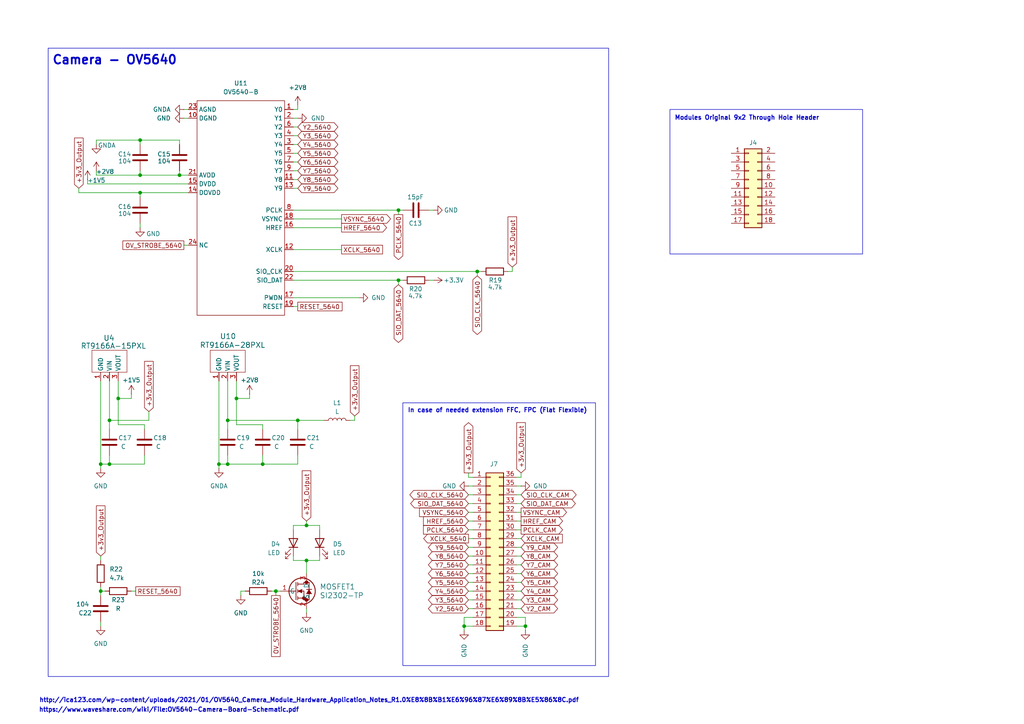
<source format=kicad_sch>
(kicad_sch (version 20231120) (generator "eeschema") (generator_version "8.0")
  (paper "A4")
  (lib_symbols
    (symbol "Connector_Generic:Conn_02x09_Odd_Even" (pin_names (offset 1.016) hide)
      (property "Reference" "J4" (at 1.27 13.208 0))
      (symbol "Conn_02x09_Odd_Even_1_1"
        (rectangle (start -1.27 -10.033) (end 0 -10.287) (stroke (width 0.1524)))
        (rectangle (start -1.27 -7.493) (end 0 -7.747) (stroke (width 0.1524)))
        (rectangle (start -1.27 -4.953) (end 0 -5.207) (stroke (width 0.1524)))
        (rectangle (start -1.27 -2.413) (end 0 -2.667) (stroke (width 0.1524)))
        (rectangle (start -1.27 0.127) (end 0 -0.127) (stroke (width 0.1524)))
        (rectangle (start -1.27 2.667) (end 0 2.413) (stroke (width 0.1524)))
        (rectangle (start -1.27 5.207) (end 0 4.953) (stroke (width 0.1524)))
        (rectangle (start -1.27 7.747) (end 0 7.493) (stroke (width 0.1524)))
        (rectangle (start -1.27 10.287) (end 0 10.033) (stroke (width 0.1524)))
        (rectangle (start -1.27 11.43) (end 3.81 -11.43) (stroke (width 0.254)) (fill (type background)))
        (rectangle (start 3.81 -10.033) (end 2.54 -10.287) (stroke (width 0.1524)))
        (rectangle (start 3.81 -7.493) (end 2.54 -7.747) (stroke (width 0.1524)))
        (rectangle (start 3.81 -4.953) (end 2.54 -5.207) (stroke (width 0.1524)))
        (rectangle (start 3.81 -2.413) (end 2.54 -2.667) (stroke (width 0.1524)))
        (rectangle (start 3.81 0.127) (end 2.54 -0.127) (stroke (width 0.1524)))
        (rectangle (start 3.81 2.667) (end 2.54 2.413) (stroke (width 0.1524)))
        (rectangle (start 3.81 5.207) (end 2.54 4.953) (stroke (width 0.1524)))
        (rectangle (start 3.81 7.747) (end 2.54 7.493) (stroke (width 0.1524)))
        (rectangle (start 3.81 10.287) (end 2.54 10.033) (stroke (width 0.1524)))
        (pin passive line (at -5.08 10.16 0) (length 3.81) (name "Pin_1") (number "1"))
        (pin passive line (at 7.62 0 180) (length 3.81) (name "Pin_10") (number "10"))
        (pin passive line (at -5.08 -2.54 0) (length 3.81) (name "Pin_11") (number "11"))
        (pin passive line (at 7.62 -2.54 180) (length 3.81) (name "Pin_12") (number "12"))
        (pin passive line (at -5.08 -5.08 0) (length 3.81) (name "Pin_13") (number "13"))
        (pin passive line (at 7.62 -5.08 180) (length 3.81) (name "Pin_14") (number "14"))
        (pin passive line (at -5.08 -7.62 0) (length 3.81) (name "Pin_15") (number "15"))
        (pin passive line (at 7.62 -7.62 180) (length 3.81) (name "Pin_16") (number "16"))
        (pin passive line (at -5.08 -10.16 0) (length 3.81) (name "Pin_17") (number "17"))
        (pin passive line (at 7.62 -10.16 180) (length 3.81) (name "Pin_18") (number "18"))
        (pin passive line (at 7.62 10.16 180) (length 3.81) (name "Pin_2") (number "2"))
        (pin passive line (at -5.08 7.62 0) (length 3.81) (name "Pin_3") (number "3"))
        (pin passive line (at 7.62 7.62 180) (length 3.81) (name "Pin_4") (number "4"))
        (pin passive line (at -5.08 5.08 0) (length 3.81) (name "Pin_5") (number "5"))
        (pin passive line (at 7.62 5.08 180) (length 3.81) (name "Pin_6") (number "6"))
        (pin passive line (at -5.08 2.54 0) (length 3.81) (name "Pin_7") (number "7"))
        (pin passive line (at 7.62 2.54 180) (length 3.81) (name "Pin_8") (number "8"))
        (pin passive line (at -5.08 0 0) (length 3.81) (name "Pin_9") (number "9"))
      )
    )
    (symbol "Connector_Generic:Conn_02x18_Counter_Clockwise" (pin_names (offset 1.016) hide)
      (property "Reference" "J" (at 1.27 22.86 0))
      (property "Value" "Conn_02x18_Counter_Clockwise" (at 1.27 -25.4 0))
      (symbol "Conn_02x18_Counter_Clockwise_1_1"
        (rectangle (start -1.27 -22.733) (end 0 -22.987) (stroke (width 0.1524)))
        (rectangle (start -1.27 -20.193) (end 0 -20.447) (stroke (width 0.1524)))
        (rectangle (start -1.27 -17.653) (end 0 -17.907) (stroke (width 0.1524)))
        (rectangle (start -1.27 -15.113) (end 0 -15.367) (stroke (width 0.1524)))
        (rectangle (start -1.27 -12.573) (end 0 -12.827) (stroke (width 0.1524)))
        (rectangle (start -1.27 -10.033) (end 0 -10.287) (stroke (width 0.1524)))
        (rectangle (start -1.27 -7.493) (end 0 -7.747) (stroke (width 0.1524)))
        (rectangle (start -1.27 -4.953) (end 0 -5.207) (stroke (width 0.1524)))
        (rectangle (start -1.27 -2.413) (end 0 -2.667) (stroke (width 0.1524)))
        (rectangle (start -1.27 0.127) (end 0 -0.127) (stroke (width 0.1524)))
        (rectangle (start -1.27 2.667) (end 0 2.413) (stroke (width 0.1524)))
        (rectangle (start -1.27 5.207) (end 0 4.953) (stroke (width 0.1524)))
        (rectangle (start -1.27 7.747) (end 0 7.493) (stroke (width 0.1524)))
        (rectangle (start -1.27 10.287) (end 0 10.033) (stroke (width 0.1524)))
        (rectangle (start -1.27 12.827) (end 0 12.573) (stroke (width 0.1524)))
        (rectangle (start -1.27 15.367) (end 0 15.113) (stroke (width 0.1524)))
        (rectangle (start -1.27 17.907) (end 0 17.653) (stroke (width 0.1524)))
        (rectangle (start -1.27 20.447) (end 0 20.193) (stroke (width 0.1524)))
        (rectangle (start -1.27 21.59) (end 3.81 -24.13) (stroke (width 0.254)) (fill (type background)))
        (rectangle (start 3.81 -22.733) (end 2.54 -22.987) (stroke (width 0.1524)))
        (rectangle (start 3.81 -20.193) (end 2.54 -20.447) (stroke (width 0.1524)))
        (rectangle (start 3.81 -17.653) (end 2.54 -17.907) (stroke (width 0.1524)))
        (rectangle (start 3.81 -15.113) (end 2.54 -15.367) (stroke (width 0.1524)))
        (rectangle (start 3.81 -12.573) (end 2.54 -12.827) (stroke (width 0.1524)))
        (rectangle (start 3.81 -10.033) (end 2.54 -10.287) (stroke (width 0.1524)))
        (rectangle (start 3.81 -7.493) (end 2.54 -7.747) (stroke (width 0.1524)))
        (rectangle (start 3.81 -4.953) (end 2.54 -5.207) (stroke (width 0.1524)))
        (rectangle (start 3.81 -2.413) (end 2.54 -2.667) (stroke (width 0.1524)))
        (rectangle (start 3.81 0.127) (end 2.54 -0.127) (stroke (width 0.1524)))
        (rectangle (start 3.81 2.667) (end 2.54 2.413) (stroke (width 0.1524)))
        (rectangle (start 3.81 5.207) (end 2.54 4.953) (stroke (width 0.1524)))
        (rectangle (start 3.81 7.747) (end 2.54 7.493) (stroke (width 0.1524)))
        (rectangle (start 3.81 10.287) (end 2.54 10.033) (stroke (width 0.1524)))
        (rectangle (start 3.81 12.827) (end 2.54 12.573) (stroke (width 0.1524)))
        (rectangle (start 3.81 15.367) (end 2.54 15.113) (stroke (width 0.1524)))
        (rectangle (start 3.81 17.907) (end 2.54 17.653) (stroke (width 0.1524)))
        (rectangle (start 3.81 20.447) (end 2.54 20.193) (stroke (width 0.1524)))
        (pin passive line (at -5.08 20.32 0) (length 3.81) (name "Pin_1") (number "1"))
        (pin passive line (at -5.08 -2.54 0) (length 3.81) (name "Pin_10") (number "10"))
        (pin passive line (at -5.08 -5.08 0) (length 3.81) (name "Pin_11") (number "11"))
        (pin passive line (at -5.08 -7.62 0) (length 3.81) (name "Pin_12") (number "12"))
        (pin passive line (at -5.08 -10.16 0) (length 3.81) (name "Pin_13") (number "13"))
        (pin passive line (at -5.08 -12.7 0) (length 3.81) (name "Pin_14") (number "14"))
        (pin passive line (at -5.08 -15.24 0) (length 3.81) (name "Pin_15") (number "15"))
        (pin passive line (at -5.08 -17.78 0) (length 3.81) (name "Pin_16") (number "16"))
        (pin passive line (at -5.08 -20.32 0) (length 3.81) (name "Pin_17") (number "17"))
        (pin passive line (at -5.08 -22.86 0) (length 3.81) (name "Pin_18") (number "18"))
        (pin passive line (at 7.62 -22.86 180) (length 3.81) (name "Pin_19") (number "19"))
        (pin passive line (at -5.08 17.78 0) (length 3.81) (name "Pin_2") (number "2"))
        (pin passive line (at 7.62 -20.32 180) (length 3.81) (name "Pin_20") (number "20"))
        (pin passive line (at 7.62 -17.78 180) (length 3.81) (name "Pin_21") (number "21"))
        (pin passive line (at 7.62 -15.24 180) (length 3.81) (name "Pin_22") (number "22"))
        (pin passive line (at 7.62 -12.7 180) (length 3.81) (name "Pin_23") (number "23"))
        (pin passive line (at 7.62 -10.16 180) (length 3.81) (name "Pin_24") (number "24"))
        (pin passive line (at 7.62 -7.62 180) (length 3.81) (name "Pin_25") (number "25"))
        (pin passive line (at 7.62 -5.08 180) (length 3.81) (name "Pin_26") (number "26"))
        (pin passive line (at 7.62 -2.54 180) (length 3.81) (name "Pin_27") (number "27"))
        (pin passive line (at 7.62 0 180) (length 3.81) (name "Pin_28") (number "28"))
        (pin passive line (at 7.62 2.54 180) (length 3.81) (name "Pin_29") (number "29"))
        (pin passive line (at -5.08 15.24 0) (length 3.81) (name "Pin_3") (number "3"))
        (pin passive line (at 7.62 5.08 180) (length 3.81) (name "Pin_30") (number "30"))
        (pin passive line (at 7.62 7.62 180) (length 3.81) (name "Pin_31") (number "31"))
        (pin passive line (at 7.62 10.16 180) (length 3.81) (name "Pin_32") (number "32"))
        (pin passive line (at 7.62 12.7 180) (length 3.81) (name "Pin_33") (number "33"))
        (pin passive line (at 7.62 15.24 180) (length 3.81) (name "Pin_34") (number "34"))
        (pin passive line (at 7.62 17.78 180) (length 3.81) (name "Pin_35") (number "35"))
        (pin passive line (at 7.62 20.32 180) (length 3.81) (name "Pin_36") (number "36"))
        (pin passive line (at -5.08 12.7 0) (length 3.81) (name "Pin_4") (number "4"))
        (pin passive line (at -5.08 10.16 0) (length 3.81) (name "Pin_5") (number "5"))
        (pin passive line (at -5.08 7.62 0) (length 3.81) (name "Pin_6") (number "6"))
        (pin passive line (at -5.08 5.08 0) (length 3.81) (name "Pin_7") (number "7"))
        (pin passive line (at -5.08 2.54 0) (length 3.81) (name "Pin_8") (number "8"))
        (pin passive line (at -5.08 0 0) (length 3.81) (name "Pin_9") (number "9"))
      )
    )
    (symbol "Device:C" (pin_numbers hide) (pin_names (offset 0.254))
      (property "Reference" "C" (at 0.635 2.54 0))
      (property "Value" "C" (at 0.635 -2.54 0))
      (symbol "C_0_1"
        (polyline (pts (xy -2.032 -0.762) (xy 2.032 -0.762)) (stroke (width 0.508)))
        (polyline (pts (xy -2.032 0.762) (xy 2.032 0.762)) (stroke (width 0.508)))
      )
      (symbol "C_1_1"
        (pin passive line (at 0 3.81 270) (length 2.794) (name "~") (number "1"))
        (pin passive line (at 0 -3.81 90) (length 2.794) (name "~") (number "2"))
      )
    )
    (symbol "Device:L" (pin_numbers hide) (pin_names (offset 1.016) hide)
      (property "Reference" "L" (at -1.27 0 90))
      (property "Value" "L" (at 1.905 0 90))
      (symbol "L_0_1"
        (arc (start 0 -2.54) (mid 0.6323 -1.905) (end 0 -1.27))
        (arc (start 0 -1.27) (mid 0.6323 -0.635) (end 0 0))
        (arc (start 0 0) (mid 0.6323 0.635) (end 0 1.27))
        (arc (start 0 1.27) (mid 0.6323 1.905) (end 0 2.54))
      )
      (symbol "L_1_1"
        (pin passive line (at 0 3.81 270) (length 1.27) (name "1") (number "1"))
        (pin passive line (at 0 -3.81 90) (length 1.27) (name "2") (number "2"))
      )
    )
    (symbol "Device:LED" (pin_numbers hide) (pin_names (offset 1.016) hide)
      (property "Reference" "D" (at 0 2.54 0))
      (property "Value" "LED" (at 0 -2.54 0))
      (symbol "LED_0_1"
        (polyline (pts (xy -1.27 -1.27) (xy -1.27 1.27)) (stroke (width 0.254)))
        (polyline (pts (xy -1.27 0) (xy 1.27 0)))
        (polyline (pts (xy 1.27 -1.27) (xy 1.27 1.27) (xy -1.27 0) (xy 1.27 -1.27)) (stroke (width 0.254)))
        (polyline (pts (xy -3.048 -0.762) (xy -4.572 -2.286) (xy -3.81 -2.286) (xy -4.572 -2.286) (xy -4.572 -1.524)))
        (polyline (pts (xy -1.778 -0.762) (xy -3.302 -2.286) (xy -2.54 -2.286) (xy -3.302 -2.286) (xy -3.302 -1.524)))
      )
      (symbol "LED_1_1"
        (pin passive line (at -3.81 0 0) (length 2.54) (name "K") (number "1"))
        (pin passive line (at 3.81 0 180) (length 2.54) (name "A") (number "2"))
      )
    )
    (symbol "Device:R" (pin_numbers hide) (pin_names (offset 0))
      (property "Reference" "R" (at 2.032 0 90))
      (property "Value" "R" (at 0 0 90))
      (symbol "R_0_1"
        (rectangle (start -1.016 -2.54) (end 1.016 2.54) (stroke (width 0.254)))
      )
      (symbol "R_1_1"
        (pin passive line (at 0 3.81 270) (length 1.27) (name "~") (number "1"))
        (pin passive line (at 0 -3.81 90) (length 1.27) (name "~") (number "2"))
      )
    )
    (symbol "OV5640_1"
      (property "Reference" "U" (at 0 21.844 0))
      (property "Value" "OV5640-B" (at 0.254 19.812 0))
      (symbol "OV5640_1_0_1"
        (rectangle (start -12.7 19.05) (end 12.7 -43.18))
      )
      (symbol "OV5640_1_1_1"
        (pin bidirectional line (at 15.24 16.51 180) (length 2.54) (name "Y0") (number "1"))
        (pin input line (at -15.24 13.97 0) (length 2.54) (name "DGND") (number "10"))
        (pin bidirectional line (at 15.24 -3.81 180) (length 2.54) (name "Y8") (number "11"))
        (pin input line (at 15.24 -24.13 180) (length 2.54) (name "XCLK") (number "12"))
        (pin bidirectional line (at 15.24 -6.35 180) (length 2.54) (name "Y9") (number "13"))
        (pin input line (at -15.24 -7.62 0) (length 2.54) (name "DOVDD") (number "14"))
        (pin input line (at -15.24 -5.08 0) (length 2.54) (name "DVDD") (number "15"))
        (pin output line (at 15.24 -17.78 180) (length 2.54) (name "HREF") (number "16"))
        (pin input line (at 15.24 -38.1 180) (length 2.54) (name "PWDN") (number "17"))
        (pin output line (at 15.24 -15.24 180) (length 2.54) (name "VSYNC") (number "18"))
        (pin input line (at 15.24 -40.64 180) (length 2.54) (name "RESET") (number "19"))
        (pin bidirectional line (at 15.24 13.97 180) (length 2.54) (name "Y1") (number "2"))
        (pin bidirectional line (at 15.24 -30.48 180) (length 2.54) (name "SIO_CLK") (number "20"))
        (pin input line (at -15.24 -2.54 0) (length 2.54) (name "AVDD") (number "21"))
        (pin bidirectional line (at 15.24 -33.02 180) (length 2.54) (name "SIO_DAT") (number "22"))
        (pin input line (at -15.24 16.51 0) (length 2.54) (name "AGND") (number "23"))
        (pin input line (at -15.24 -22.86 0) (length 2.54) (name "NC") (number "24"))
        (pin bidirectional line (at 15.24 6.35 180) (length 2.54) (name "Y4") (number "3"))
        (pin bidirectional line (at 15.24 8.89 180) (length 2.54) (name "Y3") (number "4"))
        (pin bidirectional line (at 15.24 3.81 180) (length 2.54) (name "Y5") (number "5"))
        (pin bidirectional line (at 15.24 11.43 180) (length 2.54) (name "Y2") (number "6"))
        (pin bidirectional line (at 15.24 1.27 180) (length 2.54) (name "Y6") (number "7"))
        (pin output line (at 15.24 -12.7 180) (length 2.54) (name "PCLK") (number "8"))
        (pin bidirectional line (at 15.24 -1.27 180) (length 2.54) (name "Y7") (number "9"))
      )
    )
    (symbol "capstone:RT9166A-15PXL" (pin_names (offset 0.254))
      (property "Reference" "U" (at 0.254 6.604 0))
      (property "Value" "RT9166A-15PXL" (at 0.254 4.064 0))
      (symbol "RT9166A-15PXL_0_1"
        (polyline (pts (xy -5.08 -3.81) (xy 5.08 -3.81)) (stroke (width 0.127)))
        (polyline (pts (xy -5.08 2.54) (xy -5.08 -3.81)) (stroke (width 0.127)))
        (polyline (pts (xy 5.08 -3.81) (xy 5.08 2.54)) (stroke (width 0.127)))
        (polyline (pts (xy 5.08 2.54) (xy -5.08 2.54)) (stroke (width 0.127)))
      )
      (symbol "RT9166A-15PXL_1_1"
        (pin power_out line (at -2.54 -6.35 90) (length 2.54) (name "GND") (number "1"))
        (pin input line (at 0 -6.35 90) (length 2.54) (name "VIN") (number "2"))
        (pin output line (at 2.54 -6.35 90) (length 2.54) (name "VOUT") (number "3"))
      )
    )
    (symbol "capstone:RT9166A-28PXL" (pin_names (offset 0.254))
      (property "Reference" "U" (at 0.508 6.858 0))
      (property "Value" "RT9166A-28PXL" (at 0.508 4.318 0))
      (symbol "RT9166A-28PXL_0_1"
        (polyline (pts (xy -5.08 -3.81) (xy 5.08 -3.81)) (stroke (width 0.127)))
        (polyline (pts (xy -5.08 2.54) (xy -5.08 -3.81)) (stroke (width 0.127)))
        (polyline (pts (xy 5.08 -3.81) (xy 5.08 2.54)) (stroke (width 0.127)))
        (polyline (pts (xy 5.08 2.54) (xy -5.08 2.54)) (stroke (width 0.127)))
      )
      (symbol "RT9166A-28PXL_1_1"
        (pin power_out line (at -2.54 -6.35 90) (length 2.54) (name "GND") (number "1"))
        (pin input line (at 0 -6.35 90) (length 2.54) (name "VIN") (number "2"))
        (pin output line (at 2.54 -6.35 90) (length 2.54) (name "VOUT") (number "3"))
      )
    )
    (symbol "capstone:SI2302-TP" (pin_names (offset 0.254))
      (property "Reference" "MOSFET" (at 6.604 4.572 0))
      (property "Value" "SI2302-TP" (at 8.89 -4.318 0))
      (symbol "SI2302-TP_0_1"
        (polyline (pts (xy -3.81 0) (xy -1.905 0)) (stroke (width 0.2032)))
        (polyline (pts (xy -1.778 -2.54) (xy -1.778 2.54)) (stroke (width 0.2032)))
        (polyline (pts (xy -1.27 -2.54) (xy -1.27 -1.524)) (stroke (width 0.2032)))
        (polyline (pts (xy -1.27 -2.032) (xy 0.508 -2.032)) (stroke (width 0.2032)))
        (polyline (pts (xy -1.27 -0.508) (xy -1.27 0.508)) (stroke (width 0.2032)))
        (polyline (pts (xy -1.27 1.524) (xy -1.27 2.54)) (stroke (width 0.2032)))
        (polyline (pts (xy -1.27 2.032) (xy 0.508 2.032)) (stroke (width 0.2032)))
        (polyline (pts (xy 0 0) (xy 0.508 0)) (stroke (width 0.2032)))
        (polyline (pts (xy 0.508 -2.54) (xy 0.508 0)) (stroke (width 0.2032)))
        (polyline (pts (xy 0.508 -2.54) (xy 2.032 -2.54)) (stroke (width 0.2032)))
        (polyline (pts (xy 0.508 2.032) (xy 0.508 2.54)) (stroke (width 0.2032)))
        (polyline (pts (xy 0.508 2.54) (xy 2.032 2.54)) (stroke (width 0.2032)))
        (polyline (pts (xy 2.032 -2.54) (xy 2.032 -0.762)) (stroke (width 0.2032)))
        (polyline (pts (xy 2.032 0.508) (xy 2.032 2.54)) (stroke (width 0.2032)))
        (polyline (pts (xy 2.794 0.508) (xy 1.27 0.508)) (stroke (width 0.2032)))
        (polyline (pts (xy 0 0.508) (xy -1.27 0) (xy 0 -0.508)) (fill (type outline)))
        (polyline (pts (xy 2.794 -0.762) (xy 1.27 -0.762) (xy 2.032 0.508)) (fill (type outline)))
        (circle (center 0 0) (radius 3.81) (stroke (width 0.254)))
        (circle (center 0.508 -2.032) (radius 0.0254) (stroke (width 0.508)))
        (circle (center 1.27 -2.54) (radius 0.0254) (stroke (width 0.508)))
        (circle (center 1.27 2.54) (radius 0.0254) (stroke (width 0.508)))
        (pin unspecified line (at -6.35 0 0) (length 2.54) (name "G") (number "1"))
        (pin unspecified line (at 1.27 -5.08 90) (length 2.54) (name "S") (number "2"))
        (pin unspecified line (at 1.27 5.08 270) (length 2.54) (name "D") (number "3"))
      )
    )
    (symbol "power:+1V5" (power) (pin_numbers hide) (pin_names (offset 0) hide)
      (property "Value" "+1V5" (at 0 3.556 0))
      (symbol "+1V5_0_1"
        (polyline (pts (xy -0.762 1.27) (xy 0 2.54)))
        (polyline (pts (xy 0 0) (xy 0 2.54)))
        (polyline (pts (xy 0 2.54) (xy 0.762 1.27)))
      )
      (symbol "+1V5_1_1"
        (pin power_in line (at 0 0 90) (length 0) (name "~") (number "1"))
      )
    )
    (symbol "power:+2V8" (power) (pin_numbers hide) (pin_names (offset 0) hide)
      (property "Value" "+2V8" (at 0 3.556 0))
      (symbol "+2V8_0_1"
        (polyline (pts (xy -0.762 1.27) (xy 0 2.54)))
        (polyline (pts (xy 0 0) (xy 0 2.54)))
        (polyline (pts (xy 0 2.54) (xy 0.762 1.27)))
      )
      (symbol "+2V8_1_1"
        (pin power_in line (at 0 0 90) (length 0) (name "~") (number "1"))
      )
    )
    (symbol "power:+3.3V" (power) (pin_numbers hide) (pin_names (offset 0) hide)
      (property "Value" "+3.3V" (at 0 3.556 0))
      (symbol "+3.3V_0_1"
        (polyline (pts (xy -0.762 1.27) (xy 0 2.54)))
        (polyline (pts (xy 0 0) (xy 0 2.54)))
        (polyline (pts (xy 0 2.54) (xy 0.762 1.27)))
      )
      (symbol "+3.3V_1_1"
        (pin power_in line (at 0 0 90) (length 0) (name "~") (number "1"))
      )
    )
    (symbol "power:GND" (power) (pin_numbers hide) (pin_names (offset 0) hide)
      (property "Value" "GND" (at 0 -3.81 0))
      (symbol "GND_0_1"
        (polyline (pts (xy 0 0) (xy 0 -1.27) (xy 1.27 -1.27) (xy 0 -2.54) (xy -1.27 -1.27) (xy 0 -1.27)))
      )
      (symbol "GND_1_1"
        (pin power_in line (at 0 0 270) (length 0) (name "~") (number "1"))
      )
    )
    (symbol "power:GNDA" (power) (pin_numbers hide) (pin_names (offset 0) hide)
      (property "Value" "GNDA" (at 0 -3.81 0))
      (symbol "GNDA_0_1"
        (polyline (pts (xy 0 0) (xy 0 -1.27) (xy 1.27 -1.27) (xy 0 -2.54) (xy -1.27 -1.27) (xy 0 -1.27)))
      )
      (symbol "GNDA_1_1"
        (pin power_in line (at 0 0 270) (length 0) (name "~") (number "1"))
      )
    )
  )
  (junction (at 34.29 115.57))
  (junction (at 80.01 171.45))
  (junction (at 52.07 50.8))
  (junction (at 40.64 40.64))
  (junction (at 40.64 55.88))
  (junction (at 31.75 134.62))
  (junction (at 66.04 121.92))
  (junction (at 31.75 121.92))
  (junction (at 29.21 171.45))
  (junction (at 115.57 60.96))
  (junction (at 40.64 50.8))
  (junction (at 115.57 81.28))
  (junction (at 86.36 121.92))
  (junction (at 29.21 134.62))
  (junction (at 152.4 181.61))
  (junction (at 63.5 134.62))
  (junction (at 66.04 134.62))
  (junction (at 138.43 78.74))
  (junction (at 88.9 162.56))
  (junction (at 76.2 134.62))
  (junction (at 134.62 181.61))
  (junction (at 88.9 152.4))
  (junction (at 68.58 115.57))
  (wire (pts (xy 86.36 121.92) (xy 86.36 124.46)))
  (wire (pts (xy 135.89 137.16) (xy 135.89 138.43)))
  (wire (pts (xy 41.91 134.62) (xy 31.75 134.62)))
  (wire (pts (xy 22.86 55.88) (xy 22.86 54.61)))
  (wire (pts (xy 151.13 161.29) (xy 149.86 161.29)))
  (wire (pts (xy 86.36 121.92) (xy 93.98 121.92)))
  (wire (pts (xy 68.58 115.57) (xy 72.39 115.57)))
  (wire (pts (xy 31.75 121.92) (xy 31.75 124.46)))
  (wire (pts (xy 135.89 166.37) (xy 137.16 166.37)))
  (wire (pts (xy 72.39 114.3) (xy 72.39 115.57)))
  (wire (pts (xy 85.09 86.36) (xy 104.14 86.36)))
  (wire (pts (xy 139.7 78.74) (xy 138.43 78.74)))
  (wire (pts (xy 149.86 181.61) (xy 152.4 181.61)))
  (wire (pts (xy 135.89 156.21) (xy 137.16 156.21)))
  (wire (pts (xy 25.4 53.34) (xy 25.4 52.07)))
  (wire (pts (xy 149.86 179.07) (xy 152.4 179.07)))
  (wire (pts (xy 115.57 62.23) (xy 115.57 60.96)))
  (wire (pts (xy 40.64 57.15) (xy 40.64 55.88)))
  (wire (pts (xy 151.13 140.97) (xy 149.86 140.97)))
  (wire (pts (xy 135.89 158.75) (xy 137.16 158.75)))
  (wire (pts (xy 148.59 77.47) (xy 148.59 78.74)))
  (wire (pts (xy 151.13 163.83) (xy 149.86 163.83)))
  (wire (pts (xy 135.89 146.05) (xy 137.16 146.05)))
  (wire (pts (xy 115.57 82.55) (xy 115.57 81.28)))
  (wire (pts (xy 78.74 171.45) (xy 80.01 171.45)))
  (wire (pts (xy 151.13 168.91) (xy 149.86 168.91)))
  (wire (pts (xy 86.36 132.08) (xy 86.36 134.62)))
  (wire (pts (xy 151.13 176.53) (xy 149.86 176.53)))
  (wire (pts (xy 85.09 78.74) (xy 138.43 78.74)))
  (wire (pts (xy 85.09 152.4) (xy 85.09 153.67)))
  (wire (pts (xy 53.34 31.75) (xy 54.61 31.75)))
  (wire (pts (xy 135.89 153.67) (xy 137.16 153.67)))
  (wire (pts (xy 149.86 138.43) (xy 151.13 138.43)))
  (wire (pts (xy 152.4 179.07) (xy 152.4 181.61)))
  (wire (pts (xy 151.13 173.99) (xy 149.86 173.99)))
  (wire (pts (xy 34.29 123.19) (xy 41.91 123.19)))
  (wire (pts (xy 68.58 123.19) (xy 76.2 123.19)))
  (wire (pts (xy 151.13 143.51) (xy 149.86 143.51)))
  (wire (pts (xy 86.36 41.91) (xy 85.09 41.91)))
  (wire (pts (xy 135.89 173.99) (xy 137.16 173.99)))
  (wire (pts (xy 53.34 34.29) (xy 54.61 34.29)))
  (wire (pts (xy 40.64 66.04) (xy 40.64 64.77)))
  (wire (pts (xy 66.04 121.92) (xy 86.36 121.92)))
  (wire (pts (xy 29.21 110.49) (xy 29.21 134.62)))
  (wire (pts (xy 102.87 120.65) (xy 102.87 121.92)))
  (wire (pts (xy 66.04 134.62) (xy 76.2 134.62)))
  (wire (pts (xy 52.07 40.64) (xy 40.64 40.64)))
  (wire (pts (xy 151.13 153.67) (xy 149.86 153.67)))
  (wire (pts (xy 63.5 134.62) (xy 63.5 135.89)))
  (wire (pts (xy 34.29 115.57) (xy 38.1 115.57)))
  (wire (pts (xy 31.75 110.49) (xy 31.75 121.92)))
  (wire (pts (xy 69.85 171.45) (xy 69.85 172.72)))
  (wire (pts (xy 29.21 180.34) (xy 29.21 181.61)))
  (wire (pts (xy 86.36 36.83) (xy 85.09 36.83)))
  (wire (pts (xy 38.1 171.45) (xy 39.37 171.45)))
  (wire (pts (xy 34.29 110.49) (xy 34.29 115.57)))
  (wire (pts (xy 34.29 115.57) (xy 34.29 123.19)))
  (wire (pts (xy 86.36 49.53) (xy 85.09 49.53)))
  (wire (pts (xy 115.57 60.96) (xy 85.09 60.96)))
  (wire (pts (xy 86.36 46.99) (xy 85.09 46.99)))
  (wire (pts (xy 88.9 152.4) (xy 85.09 152.4)))
  (wire (pts (xy 29.21 172.72) (xy 29.21 171.45)))
  (wire (pts (xy 54.61 53.34) (xy 25.4 53.34)))
  (wire (pts (xy 88.9 162.56) (xy 88.9 166.37)))
  (wire (pts (xy 151.13 171.45) (xy 149.86 171.45)))
  (wire (pts (xy 134.62 182.88) (xy 134.62 181.61)))
  (wire (pts (xy 137.16 138.43) (xy 135.89 138.43)))
  (wire (pts (xy 29.21 171.45) (xy 29.21 170.18)))
  (wire (pts (xy 71.12 171.45) (xy 69.85 171.45)))
  (wire (pts (xy 151.13 137.16) (xy 151.13 138.43)))
  (wire (pts (xy 41.91 123.19) (xy 41.91 124.46)))
  (wire (pts (xy 63.5 134.62) (xy 66.04 134.62)))
  (wire (pts (xy 43.18 121.92) (xy 31.75 121.92)))
  (wire (pts (xy 148.59 78.74) (xy 147.32 78.74)))
  (wire (pts (xy 92.71 161.29) (xy 92.71 162.56)))
  (wire (pts (xy 85.09 63.5) (xy 99.06 63.5)))
  (wire (pts (xy 29.21 161.29) (xy 29.21 162.56)))
  (wire (pts (xy 135.89 163.83) (xy 137.16 163.83)))
  (wire (pts (xy 27.94 50.8) (xy 27.94 49.53)))
  (wire (pts (xy 101.6 121.92) (xy 102.87 121.92)))
  (wire (pts (xy 27.94 40.64) (xy 40.64 40.64)))
  (wire (pts (xy 151.13 148.59) (xy 149.86 148.59)))
  (wire (pts (xy 135.89 168.91) (xy 137.16 168.91)))
  (wire (pts (xy 38.1 114.3) (xy 38.1 115.57)))
  (wire (pts (xy 85.09 162.56) (xy 88.9 162.56)))
  (wire (pts (xy 40.64 55.88) (xy 22.86 55.88)))
  (wire (pts (xy 43.18 119.38) (xy 43.18 121.92)))
  (wire (pts (xy 52.07 41.91) (xy 52.07 40.64)))
  (wire (pts (xy 135.89 176.53) (xy 137.16 176.53)))
  (wire (pts (xy 86.36 88.9) (xy 85.09 88.9)))
  (wire (pts (xy 115.57 81.28) (xy 116.84 81.28)))
  (wire (pts (xy 29.21 134.62) (xy 29.21 135.89)))
  (wire (pts (xy 27.94 40.64) (xy 27.94 41.91)))
  (wire (pts (xy 116.84 60.96) (xy 115.57 60.96)))
  (wire (pts (xy 86.36 39.37) (xy 85.09 39.37)))
  (wire (pts (xy 134.62 181.61) (xy 137.16 181.61)))
  (wire (pts (xy 68.58 110.49) (xy 68.58 115.57)))
  (wire (pts (xy 124.46 60.96) (xy 125.73 60.96)))
  (wire (pts (xy 125.73 81.28) (xy 124.46 81.28)))
  (wire (pts (xy 85.09 161.29) (xy 85.09 162.56)))
  (wire (pts (xy 151.13 158.75) (xy 149.86 158.75)))
  (wire (pts (xy 88.9 151.13) (xy 88.9 152.4)))
  (wire (pts (xy 151.13 166.37) (xy 149.86 166.37)))
  (wire (pts (xy 80.01 171.45) (xy 80.01 172.72)))
  (wire (pts (xy 86.36 30.48) (xy 86.36 31.75)))
  (wire (pts (xy 76.2 123.19) (xy 76.2 124.46)))
  (wire (pts (xy 151.13 146.05) (xy 149.86 146.05)))
  (wire (pts (xy 30.48 171.45) (xy 29.21 171.45)))
  (wire (pts (xy 88.9 176.53) (xy 88.9 177.8)))
  (wire (pts (xy 151.13 151.13) (xy 149.86 151.13)))
  (wire (pts (xy 86.36 52.07) (xy 85.09 52.07)))
  (wire (pts (xy 92.71 152.4) (xy 92.71 153.67)))
  (wire (pts (xy 63.5 110.49) (xy 63.5 134.62)))
  (wire (pts (xy 138.43 80.01) (xy 138.43 78.74)))
  (wire (pts (xy 54.61 50.8) (xy 52.07 50.8)))
  (wire (pts (xy 134.62 179.07) (xy 137.16 179.07)))
  (wire (pts (xy 66.04 132.08) (xy 66.04 134.62)))
  (wire (pts (xy 76.2 132.08) (xy 76.2 134.62)))
  (wire (pts (xy 88.9 152.4) (xy 92.71 152.4)))
  (wire (pts (xy 86.36 54.61) (xy 85.09 54.61)))
  (wire (pts (xy 86.36 134.62) (xy 76.2 134.62)))
  (wire (pts (xy 99.06 72.39) (xy 85.09 72.39)))
  (wire (pts (xy 135.89 171.45) (xy 137.16 171.45)))
  (wire (pts (xy 53.34 71.12) (xy 54.61 71.12)))
  (wire (pts (xy 40.64 50.8) (xy 52.07 50.8)))
  (wire (pts (xy 151.13 156.21) (xy 149.86 156.21)))
  (wire (pts (xy 135.89 151.13) (xy 137.16 151.13)))
  (wire (pts (xy 135.89 140.97) (xy 137.16 140.97)))
  (wire (pts (xy 41.91 132.08) (xy 41.91 134.62)))
  (wire (pts (xy 85.09 81.28) (xy 115.57 81.28)))
  (wire (pts (xy 86.36 34.29) (xy 85.09 34.29)))
  (wire (pts (xy 135.89 148.59) (xy 137.16 148.59)))
  (wire (pts (xy 52.07 49.53) (xy 52.07 50.8)))
  (wire (pts (xy 66.04 121.92) (xy 66.04 124.46)))
  (wire (pts (xy 40.64 40.64) (xy 40.64 41.91)))
  (wire (pts (xy 54.61 55.88) (xy 40.64 55.88)))
  (wire (pts (xy 31.75 132.08) (xy 31.75 134.62)))
  (wire (pts (xy 152.4 182.88) (xy 152.4 181.61)))
  (wire (pts (xy 88.9 162.56) (xy 92.71 162.56)))
  (wire (pts (xy 80.01 171.45) (xy 81.28 171.45)))
  (wire (pts (xy 40.64 49.53) (xy 40.64 50.8)))
  (wire (pts (xy 27.94 50.8) (xy 40.64 50.8)))
  (wire (pts (xy 85.09 31.75) (xy 86.36 31.75)))
  (wire (pts (xy 135.89 161.29) (xy 137.16 161.29)))
  (wire (pts (xy 134.62 179.07) (xy 134.62 181.61)))
  (wire (pts (xy 29.21 134.62) (xy 31.75 134.62)))
  (wire (pts (xy 66.04 110.49) (xy 66.04 121.92)))
  (wire (pts (xy 135.89 143.51) (xy 137.16 143.51)))
  (wire (pts (xy 86.36 44.45) (xy 85.09 44.45)))
  (wire (pts (xy 68.58 115.57) (xy 68.58 123.19)))
  (wire (pts (xy 99.06 66.04) (xy 85.09 66.04)))
  (rectangle (start 13.97 13.97) (end 176.53 196.215))
  (rectangle (start 194.31 31.75) (end 250.19 73.66))
  (rectangle (start 116.84 116.84) (end 172.72 193.04))
  (text "https://www.waveshare.com/wiki/File:OV5640-Camera-Board-Schematic.pdf" (at 49.022 205.994 0) (effects (font (size 1.27 1.27) (bold yes))))
  (text "Camera - OV5640" (at 33.274 17.526 0) (effects (font (size 2.54 2.54) (bold yes))))
  (text "In case of needed extension FFC, FPC (Flat Flexible) " (at 144.78 119.126 0) (effects (font (size 1.27 1.27) (thickness 0.254) (bold yes))))
  (text "http://ica123.com/wp-content/uploads/2021/01/OV5640_Camera_Module_Hardware_Application_Notes_R1.0%E8%8B%B1%E6%96%87%E6%89%8B%E5%86%8C.pdf" (at 89.662 203.2 0) (effects (font (size 1.27 1.27) (bold yes))))
  (text "Modules Original 9x2 Through Hole Header" (at 216.662 34.29 0) (effects (font (size 1.27 1.27) (thickness 0.254) (bold yes))))
  (global_label "Y2_5640" (shape bidirectional) (at 86.36 36.83 0) (property "Intersheetrefs" "${INTERSHEET_REFS}" (effects (hide yes))))
  (global_label "Y4_5640" (shape bidirectional) (at 135.89 171.45 180) (property "Intersheetrefs" "${INTERSHEET_REFS}" (effects (hide yes))))
  (global_label "Y9_CAM" (shape bidirectional) (at 151.13 158.75 0) (property "Intersheetrefs" "${INTERSHEET_REFS}" (effects (hide yes))))
  (global_label "Y2_CAM" (shape bidirectional) (at 151.13 176.53 0) (property "Intersheetrefs" "${INTERSHEET_REFS}" (effects (hide yes))))
  (global_label "Y4_5640" (shape bidirectional) (at 86.36 41.91 0) (property "Intersheetrefs" "${INTERSHEET_REFS}" (effects (hide yes))))
  (global_label "+3v3_Output" (shape input) (at 151.13 137.16 90) (property "Intersheetrefs" "${INTERSHEET_REFS}" (effects (hide yes))))
  (global_label "OV_STROBE_5640" (shape passive) (at 80.01 172.72 270) (property "Intersheetrefs" "${INTERSHEET_REFS}" (effects (hide yes))))
  (global_label "PCLK_5640" (shape input) (at 135.89 153.67 180) (property "Intersheetrefs" "${INTERSHEET_REFS}" (effects (hide yes))))
  (global_label "OV_STROBE_5640" (shape passive) (at 53.34 71.12 180) (property "Intersheetrefs" "${INTERSHEET_REFS}" (effects (hide yes))))
  (global_label "XCLK_5640" (shape passive) (at 99.06 72.39 0) (property "Intersheetrefs" "${INTERSHEET_REFS}" (effects (hide yes))))
  (global_label "SIO_DAT_5640" (shape bidirectional) (at 135.89 146.05 180) (property "Intersheetrefs" "${INTERSHEET_REFS}" (effects (hide yes))))
  (global_label "+3v3_Output" (shape input) (at 88.9 151.13 90) (property "Intersheetrefs" "${INTERSHEET_REFS}" (effects (hide yes))))
  (global_label "VSYNC_CAM" (shape output) (at 151.13 148.59 0) (property "Intersheetrefs" "${INTERSHEET_REFS}" (effects (hide yes))))
  (global_label "Y4_CAM" (shape bidirectional) (at 151.13 171.45 0) (property "Intersheetrefs" "${INTERSHEET_REFS}" (effects (hide yes))))
  (global_label "Y2_5640" (shape bidirectional) (at 135.89 176.53 180) (property "Intersheetrefs" "${INTERSHEET_REFS}" (effects (hide yes))))
  (global_label "Y9_5640" (shape bidirectional) (at 86.36 54.61 0) (property "Intersheetrefs" "${INTERSHEET_REFS}" (effects (hide yes))))
  (global_label "+3v3_Output" (shape input) (at 22.86 54.61 90) (property "Intersheetrefs" "${INTERSHEET_REFS}" (effects (hide yes))))
  (global_label "HREF_5640" (shape input) (at 135.89 151.13 180) (property "Intersheetrefs" "${INTERSHEET_REFS}" (effects (hide yes))))
  (global_label "VSYNC_5640" (shape input) (at 135.89 148.59 180) (property "Intersheetrefs" "${INTERSHEET_REFS}" (effects (hide yes))))
  (global_label "SIO_DAT_5640" (shape bidirectional) (at 115.57 82.55 270) (property "Intersheetrefs" "${INTERSHEET_REFS}" (effects (hide yes))))
  (global_label "HREF_5640" (shape output) (at 99.06 66.04 0) (property "Intersheetrefs" "${INTERSHEET_REFS}" (effects (hide yes))))
  (global_label "+3v3_Output" (shape input) (at 148.59 77.47 90) (property "Intersheetrefs" "${INTERSHEET_REFS}" (effects (hide yes))))
  (global_label "Y5_5640" (shape bidirectional) (at 135.89 168.91 180) (property "Intersheetrefs" "${INTERSHEET_REFS}" (effects (hide yes))))
  (global_label "XCLK_5640" (shape output) (at 135.89 156.21 180) (property "Intersheetrefs" "${INTERSHEET_REFS}" (effects (hide yes))))
  (global_label "Y6_5640" (shape bidirectional) (at 86.36 46.99 0) (property "Intersheetrefs" "${INTERSHEET_REFS}" (effects (hide yes))))
  (global_label "Y3_5640" (shape bidirectional) (at 135.89 173.99 180) (property "Intersheetrefs" "${INTERSHEET_REFS}" (effects (hide yes))))
  (global_label "Y8_5640" (shape bidirectional) (at 86.36 52.07 0) (property "Intersheetrefs" "${INTERSHEET_REFS}" (effects (hide yes))))
  (global_label "RESET_5640" (shape passive) (at 86.36 88.9 0) (property "Intersheetrefs" "${INTERSHEET_REFS}" (effects (hide yes))))
  (global_label "Y7_5640" (shape bidirectional) (at 135.89 163.83 180) (property "Intersheetrefs" "${INTERSHEET_REFS}" (effects (hide yes))))
  (global_label "Y6_CAM" (shape bidirectional) (at 151.13 166.37 0) (property "Intersheetrefs" "${INTERSHEET_REFS}" (effects (hide yes))))
  (global_label "Y3_5640" (shape bidirectional) (at 86.36 39.37 0) (property "Intersheetrefs" "${INTERSHEET_REFS}" (effects (hide yes))))
  (global_label "Y8_CAM" (shape bidirectional) (at 151.13 161.29 0) (property "Intersheetrefs" "${INTERSHEET_REFS}" (effects (hide yes))))
  (global_label "XCLK_CAM" (shape input) (at 151.13 156.21 0) (property "Intersheetrefs" "${INTERSHEET_REFS}" (effects (hide yes))))
  (global_label "HREF_CAM" (shape output) (at 151.13 151.13 0) (property "Intersheetrefs" "${INTERSHEET_REFS}" (effects (hide yes))))
  (global_label "Y5_5640" (shape bidirectional) (at 86.36 44.45 0) (property "Intersheetrefs" "${INTERSHEET_REFS}" (effects (hide yes))))
  (global_label "Y6_5640" (shape bidirectional) (at 135.89 166.37 180) (property "Intersheetrefs" "${INTERSHEET_REFS}" (effects (hide yes))))
  (global_label "RESET_5640" (shape passive) (at 39.37 171.45 0) (property "Intersheetrefs" "${INTERSHEET_REFS}" (effects (hide yes))))
  (global_label "+3v3_Output" (shape input) (at 102.87 120.65 90) (property "Intersheetrefs" "${INTERSHEET_REFS}" (effects (hide yes))))
  (global_label "VSYNC_5640" (shape output) (at 99.06 63.5 0) (property "Intersheetrefs" "${INTERSHEET_REFS}" (effects (hide yes))))
  (global_label "Y7_5640" (shape bidirectional) (at 86.36 49.53 0) (property "Intersheetrefs" "${INTERSHEET_REFS}" (effects (hide yes))))
  (global_label "PCLK_5640" (shape output) (at 115.57 62.23 270) (property "Intersheetrefs" "${INTERSHEET_REFS}" (effects (hide yes))))
  (global_label "+3v3_Output" (shape output) (at 135.89 137.16 90) (property "Intersheetrefs" "${INTERSHEET_REFS}" (effects (hide yes))))
  (global_label "Y5_CAM" (shape bidirectional) (at 151.13 168.91 0) (property "Intersheetrefs" "${INTERSHEET_REFS}" (effects (hide yes))))
  (global_label "PCLK_CAM" (shape output) (at 151.13 153.67 0) (property "Intersheetrefs" "${INTERSHEET_REFS}" (effects (hide yes))))
  (global_label "Y7_CAM" (shape bidirectional) (at 151.13 163.83 0) (property "Intersheetrefs" "${INTERSHEET_REFS}" (effects (hide yes))))
  (global_label "Y8_5640" (shape bidirectional) (at 135.89 161.29 180) (property "Intersheetrefs" "${INTERSHEET_REFS}" (effects (hide yes))))
  (global_label "SIO_CLK_5640" (shape bidirectional) (at 135.89 143.51 180) (property "Intersheetrefs" "${INTERSHEET_REFS}" (effects (hide yes))))
  (global_label "Y9_5640" (shape bidirectional) (at 135.89 158.75 180) (property "Intersheetrefs" "${INTERSHEET_REFS}" (effects (hide yes))))
  (global_label "SIO_CLK_5640" (shape bidirectional) (at 138.43 80.01 270) (property "Intersheetrefs" "${INTERSHEET_REFS}" (effects (hide yes))))
  (global_label "SIO_DAT_CAM" (shape bidirectional) (at 151.13 146.05 0) (property "Intersheetrefs" "${INTERSHEET_REFS}" (effects (hide yes))))
  (global_label "+3v3_Output" (shape input) (at 29.21 161.29 90) (property "Intersheetrefs" "${INTERSHEET_REFS}" (effects (hide yes))))
  (global_label "+3v3_Output" (shape input) (at 43.18 119.38 90) (property "Intersheetrefs" "${INTERSHEET_REFS}" (effects (hide yes))))
  (global_label "Y3_CAM" (shape bidirectional) (at 151.13 173.99 0) (property "Intersheetrefs" "${INTERSHEET_REFS}" (effects (hide yes))))
  (global_label "SIO_CLK_CAM" (shape bidirectional) (at 151.13 143.51 0) (property "Intersheetrefs" "${INTERSHEET_REFS}" (effects (hide yes))))
  (symbol (lib_id "power:GNDA") (at 63.5 135.89 0) (unit 1)
    (property "Reference" "#PWR077" (effects (hide yes)))
    (property "Value" "GNDA" (at 63.5 140.97 0))
    (property "Description" "Power symbol creates a global label with name \"GNDA\" , analog ground" (effects (hide yes)))
  )
  (symbol (lib_id "power:GND") (at 104.14 86.36 90) (unit 1)
    (property "Reference" "#PWR062" (effects (hide yes)))
    (property "Value" "GND" (at 107.696 86.36 90) (effects (justify right)))
    (property "Description" "Power symbol creates a global label with name \"GND\" , ground" (effects (hide yes)))
  )
  (symbol (lib_id "power:+2V8") (at 27.94 49.53 0) (unit 1)
    (property "Reference" "#PWR067" (effects (hide yes)))
    (property "Value" "+2V8" (at 30.48 49.784 0))
    (property "Description" "Power symbol creates a global label with name \"+2V8\"" (effects (hide yes)))
  )
  (symbol (lib_id "power:GND") (at 29.21 135.89 0) (unit 1)
    (property "Reference" "#PWR074" (effects (hide yes)))
    (property "Value" "GND" (at 29.21 140.97 0))
    (property "Description" "Power symbol creates a global label with name \"GND\" , ground" (effects (hide yes)))
  )
  (symbol (lib_id "power:GND") (at 152.4 182.88 0) (unit 1)
    (property "Reference" "#PWR079" (effects (hide yes)))
    (property "Value" "GND" (at 152.4001 186.69 90) (effects (justify right)))
    (property "Description" "Power symbol creates a global label with name \"GND\" , ground" (effects (hide yes)))
  )
  (symbol (lib_id "power:GND") (at 134.62 182.88 0) (unit 1)
    (property "Reference" "#PWR070" (effects (hide yes)))
    (property "Value" "GND" (at 134.6201 186.69 90) (effects (justify right)))
    (property "Description" "Power symbol creates a global label with name \"GND\" , ground" (effects (hide yes)))
  )
  (symbol (lib_id "power:GND") (at 88.9 177.8 0) (unit 1)
    (property "Reference" "#PWR081" (effects (hide yes)))
    (property "Value" "GND" (at 88.9 182.88 0))
    (property "Description" "Power symbol creates a global label with name \"GND\" , ground" (effects (hide yes)))
  )
  (symbol (lib_id "power:+1V5") (at 25.4 52.07 0) (unit 1)
    (property "Reference" "#PWR069" (effects (hide yes)))
    (property "Value" "+1V5" (at 27.94 52.324 0))
    (property "Description" "Power symbol creates a global label with name \"+1V5\"" (effects (hide yes)))
  )
  (symbol (lib_id "Device:R") (at 143.51 78.74 90) (unit 1)
    (property "Reference" "R19" (at 141.732 81.28 90) (effects (justify right)))
    (property "Value" "4.7k" (at 141.478 83.312 90) (effects (justify right)))
    (property "Description" "Resistor" (effects (hide yes)))
  )
  (symbol (lib_id "Device:R") (at 74.93 171.45 270) (unit 1)
    (property "Reference" "R24" (at 74.93 168.91 90))
    (property "Value" "10k" (at 74.93 166.37 90))
    (property "Description" "Resistor" (effects (hide yes)))
  )
  (symbol (lib_id "Device:L") (at 97.79 121.92 90) (unit 1)
    (property "Reference" "L1" (at 97.79 116.84 90))
    (property "Value" "L" (at 97.79 119.38 90))
    (property "Description" "Inductor" (effects (hide yes)))
  )
  (symbol (lib_id "Connector_Generic:Conn_02x18_Counter_Clockwise") (at 142.24 158.75 0) (unit 1)
    (property "Reference" "J7" (at 143.256 134.62 0))
    (property "Value" "Conn_02x18_Counter_Clockwise" (effects (hide yes)))
    (property "Description" "Generic connector, double row, 02x18, counter clockwise pin numbering scheme (similar to DIP package numbering), script generated (kicad-library-utils/schlib/autogen/connector/)" (effects (hide yes)))
  )
  (symbol (lib_id "capstone:SI2302-TP") (at 87.63 171.45 0) (unit 1)
    (property "Reference" "MOSFET1" (at 92.71 170.1799 0) (effects (font (size 1.524 1.524)) (justify left)))
    (property "Value" "SI2302-TP" (at 92.71 172.7199 0) (effects (font (size 1.524 1.524)) (justify left)))
    (property "Footprint" "SOT-23_MCC" (effects (hide yes)))
    (property "Datasheet" "https://www.mccsemi.com/pdf/Products/SI2302(SOT-23).pdf" (effects (hide yes)))
  )
  (symbol (lib_id "power:GND") (at 69.85 172.72 0) (unit 1)
    (property "Reference" "#PWR082" (effects (hide yes)))
    (property "Value" "GND" (at 69.85 177.8 0))
    (property "Description" "Power symbol creates a global label with name \"GND\" , ground" (effects (hide yes)))
  )
  (symbol (lib_id "Connector_Generic:Conn_02x09_Odd_Even") (at 217.17 54.61 0) (unit 1)
    (property "Reference" "J4" (at 218.44 41.402 0))
    (property "Value" "Conn_02x09_Odd_Even" (effects (hide yes)))
    (property "Description" "Generic connector, double row, 02x09, odd/even pin numbering scheme (row 1 odd numbers, row 2 even numbers), script generated (kicad-library-utils/schlib/autogen/connector/)" (effects (hide yes)))
  )
  (symbol (lib_id "Device:C") (at 31.75 128.27 0) (unit 1)
    (property "Reference" "C17" (at 34.29 127 0) (effects (justify left)))
    (property "Value" "C" (at 35.052 129.54 0) (effects (justify left)))
    (property "Description" "Unpolarized capacitor" (effects (hide yes)))
  )
  (symbol (lib_id "Device:C") (at 41.91 128.27 0) (unit 1)
    (property "Reference" "C18" (at 44.45 127 0) (effects (justify left)))
    (property "Value" "C" (at 45.212 129.54 0) (effects (justify left)))
    (property "Description" "Unpolarized capacitor" (effects (hide yes)))
  )
  (symbol (lib_id "Device:LED") (at 92.71 157.48 90) (unit 1)
    (property "Reference" "D5" (at 96.52 157.7974 90) (effects (justify right)))
    (property "Value" "LED" (at 96.52 160.3374 90) (effects (justify right)))
    (property "Description" "Light emitting diode" (effects (hide yes)))
  )
  (symbol (lib_id "power:+2V8") (at 72.39 114.3 0) (unit 1)
    (property "Reference" "#PWR075" (effects (hide yes)))
    (property "Value" "+2V8" (at 72.39 110.236 0))
    (property "Description" "Power symbol creates a global label with name \"+2V8\"" (effects (hide yes)))
  )
  (symbol (lib_id "Device:R") (at 120.65 81.28 90) (unit 1)
    (property "Reference" "R20" (at 118.618 83.82 90) (effects (justify right)))
    (property "Value" "4.7k" (at 118.364 85.852 90) (effects (justify right)))
    (property "Description" "Resistor" (effects (hide yes)))
  )
  (symbol (lib_id "Device:LED") (at 85.09 157.48 270) (mirror x) (unit 1)
    (property "Reference" "D4" (at 81.28 157.7974 90) (effects (justify right)))
    (property "Value" "LED" (at 81.28 160.3374 90) (effects (justify right)))
    (property "Description" "Light emitting diode" (effects (hide yes)))
  )
  (symbol (lib_name "OV5640_1") (lib_id "capstone:OV5640") (at 69.85 48.26 0) (unit 1)
    (property "Reference" "U11" (at 69.85 24.13 0))
    (property "Value" "OV5640-B" (at 69.85 26.67 0))
    (property "Datasheet" "https://cdn.sparkfun.com/datasheets/Sensors/LightImaging/OV5640_datasheet.pdf" (effects (hide yes)))
  )
  (symbol (lib_id "Device:C") (at 40.64 45.72 180) (unit 1)
    (property "Reference" "C14" (at 38.1 44.704 0) (effects (justify left)))
    (property "Value" "104" (at 38.1 46.736 0) (effects (justify left)))
    (property "Description" "Unpolarized capacitor" (effects (hide yes)))
  )
  (symbol (lib_id "Device:C") (at 52.07 45.72 180) (unit 1)
    (property "Reference" "C15" (at 49.53 44.704 0) (effects (justify left)))
    (property "Value" "104" (at 49.53 46.736 0) (effects (justify left)))
    (property "Description" "Unpolarized capacitor" (effects (hide yes)))
  )
  (symbol (lib_id "Device:C") (at 120.65 60.96 90) (unit 1)
    (property "Reference" "C13" (at 122.428 64.77 90) (effects (justify left)))
    (property "Value" "15pF" (at 122.936 57.15 90) (effects (justify left)))
    (property "Description" "Unpolarized capacitor" (effects (hide yes)))
  )
  (symbol (lib_id "Device:C") (at 40.64 60.96 180) (unit 1)
    (property "Reference" "C16" (at 38.1 59.944 0) (effects (justify left)))
    (property "Value" "104" (at 38.1 61.976 0) (effects (justify left)))
    (property "Description" "Unpolarized capacitor" (effects (hide yes)))
  )
  (symbol (lib_id "power:GND") (at 125.73 60.96 90) (unit 1)
    (property "Reference" "#PWR059" (effects (hide yes)))
    (property "Value" "GND" (at 130.81 60.96 90))
    (property "Description" "Power symbol creates a global label with name \"GND\" , ground" (effects (hide yes)))
  )
  (symbol (lib_id "power:GNDA") (at 53.34 31.75 270) (unit 1)
    (property "Reference" "#PWR065" (effects (hide yes)))
    (property "Value" "GNDA" (at 49.53 31.7499 90) (effects (justify right)))
    (property "Description" "Power symbol creates a global label with name \"GNDA\" , analog ground" (effects (hide yes)))
  )
  (symbol (lib_id "power:+2V8") (at 86.36 30.48 0) (unit 1)
    (property "Reference" "#PWR063" (effects (hide yes)))
    (property "Value" "+2V8" (at 86.36 25.4 0))
    (property "Description" "Power symbol creates a global label with name \"+2V8\"" (effects (hide yes)))
  )
  (symbol (lib_id "Device:C") (at 29.21 176.53 180) (unit 1)
    (property "Reference" "C22" (at 26.67 177.8 0) (effects (justify left)))
    (property "Value" "104" (at 25.908 175.26 0) (effects (justify left)))
    (property "Description" "Unpolarized capacitor" (effects (hide yes)))
  )
  (symbol (lib_id "capstone:RT9166A-28PXL") (at 66.04 104.14 0) (unit 1)
    (property "Reference" "U10" (at 63.754 97.536 0) (effects (font (size 1.524 1.524)) (justify left)))
    (property "Value" "RT9166A-28PXL" (at 57.912 100.076 0) (effects (font (size 1.524 1.524)) (justify left)))
    (property "Footprint" "SOT-89 (L-Type)" (effects (hide yes)))
    (property "Datasheet" "https://www.digikey.jp/htmldatasheets/production/806499/0/0/1/rt9166-a-.html" (effects (hide yes)))
  )
  (symbol (lib_id "power:+3.3V") (at 125.73 81.28 270) (unit 1)
    (property "Reference" "#PWR061" (effects (hide yes)))
    (property "Value" "+3.3V" (at 131.572 81.28 90))
    (property "Description" "Power symbol creates a global label with name \"+3.3V\"" (effects (hide yes)))
  )
  (symbol (lib_id "Device:R") (at 34.29 171.45 90) (unit 1)
    (property "Reference" "R23" (at 34.29 173.99 90))
    (property "Value" "R" (at 34.29 176.53 90))
    (property "Description" "Resistor" (effects (hide yes)))
  )
  (symbol (lib_id "capstone:RT9166A-15PXL") (at 31.75 104.14 0) (unit 1)
    (property "Reference" "U4" (at 29.972 98.044 0) (effects (font (size 1.524 1.524)) (justify left)))
    (property "Value" "RT9166A-15PXL" (at 23.368 100.33 0) (effects (font (size 1.524 1.524)) (justify left)))
    (property "Footprint" "SOT-89 (L-Type)" (effects (hide yes)))
    (property "Datasheet" "https://www.digikey.jp/htmldatasheets/production/806499/0/0/1/rt9166-a-.html" (effects (hide yes)))
  )
  (symbol (lib_id "power:GND") (at 40.64 66.04 0) (unit 1)
    (property "Reference" "#PWR071" (effects (hide yes)))
    (property "Value" "GND" (at 44.45 67.818 0))
    (property "Description" "Power symbol creates a global label with name \"GND\" , ground" (effects (hide yes)))
  )
  (symbol (lib_id "power:GND") (at 53.34 34.29 270) (unit 1)
    (property "Reference" "#PWR066" (effects (hide yes)))
    (property "Value" "GND" (at 49.53 34.2899 90) (effects (justify right)))
    (property "Description" "Power symbol creates a global label with name \"GND\" , ground" (effects (hide yes)))
  )
  (symbol (lib_id "power:GND") (at 29.21 181.61 0) (unit 1)
    (property "Reference" "#PWR078" (effects (hide yes)))
    (property "Value" "GND" (at 29.21 186.69 0))
    (property "Description" "Power symbol creates a global label with name \"GND\" , ground" (effects (hide yes)))
  )
  (symbol (lib_id "Device:R") (at 29.21 166.37 0) (unit 1)
    (property "Reference" "R22" (at 31.75 165.0999 0) (effects (justify left)))
    (property "Value" "4.7k" (at 31.75 167.6399 0) (effects (justify left)))
    (property "Description" "Resistor" (effects (hide yes)))
  )
  (symbol (lib_id "power:+1V5") (at 38.1 114.3 0) (unit 1)
    (property "Reference" "#PWR072" (effects (hide yes)))
    (property "Value" "+1V5" (at 38.1 110.236 0))
    (property "Description" "Power symbol creates a global label with name \"+1V5\"" (effects (hide yes)))
  )
  (symbol (lib_id "Device:C") (at 76.2 128.27 0) (unit 1)
    (property "Reference" "C20" (at 78.74 127 0) (effects (justify left)))
    (property "Value" "C" (at 79.502 129.54 0) (effects (justify left)))
    (property "Description" "Unpolarized capacitor" (effects (hide yes)))
  )
  (symbol (lib_id "power:GND") (at 151.13 140.97 90) (mirror x) (unit 1)
    (property "Reference" "#PWR076" (effects (hide yes)))
    (property "Value" "GND" (at 156.718 140.97 90))
    (property "Description" "Power symbol creates a global label with name \"GND\" , ground" (effects (hide yes)))
  )
  (symbol (lib_id "Device:C") (at 86.36 128.27 0) (unit 1)
    (property "Reference" "C21" (at 88.9 127 0) (effects (justify left)))
    (property "Value" "C" (at 89.662 129.54 0) (effects (justify left)))
    (property "Description" "Unpolarized capacitor" (effects (hide yes)))
  )
  (symbol (lib_id "power:GNDA") (at 27.94 41.91 0) (unit 1)
    (property "Reference" "#PWR068" (effects (hide yes)))
    (property "Value" "GNDA" (at 30.988 42.164 0))
    (property "Description" "Power symbol creates a global label with name \"GNDA\" , analog ground" (effects (hide yes)))
  )
  (symbol (lib_id "power:GND") (at 86.36 34.29 90) (unit 1)
    (property "Reference" "#PWR064" (effects (hide yes)))
    (property "Value" "GND" (at 90.17 34.2899 90) (effects (justify right)))
    (property "Description" "Power symbol creates a global label with name \"GND\" , ground" (effects (hide yes)))
  )
  (symbol (lib_id "power:GND") (at 135.89 140.97 270) (mirror x) (unit 1)
    (property "Reference" "#PWR073" (effects (hide yes)))
    (property "Value" "GND" (at 130.302 140.97 90))
    (property "Description" "Power symbol creates a global label with name \"GND\" , ground" (effects (hide yes)))
  )
  (symbol (lib_id "Device:C") (at 66.04 128.27 0) (unit 1)
    (property "Reference" "C19" (at 68.58 127 0) (effects (justify left)))
    (property "Value" "C" (at 69.342 129.54 0) (effects (justify left)))
    (property "Description" "Unpolarized capacitor" (effects (hide yes)))
  )
)
</source>
